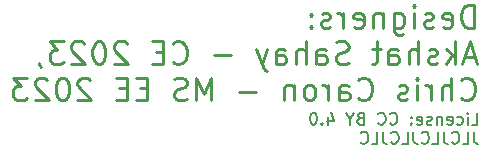
<source format=gbo>
G04 #@! TF.GenerationSoftware,KiCad,Pcbnew,(6.0.7)*
G04 #@! TF.CreationDate,2022-11-10T17:29:02-05:00*
G04 #@! TF.ProjectId,M5TC-2022-U4BN,4d355443-2d32-4303-9232-2d5534424e2e,rev?*
G04 #@! TF.SameCoordinates,Original*
G04 #@! TF.FileFunction,Legend,Bot*
G04 #@! TF.FilePolarity,Positive*
%FSLAX46Y46*%
G04 Gerber Fmt 4.6, Leading zero omitted, Abs format (unit mm)*
G04 Created by KiCad (PCBNEW (6.0.7)) date 2022-11-10 17:29:02*
%MOMM*%
%LPD*%
G01*
G04 APERTURE LIST*
%ADD10C,0.150000*%
%ADD11C,0.254000*%
%ADD12R,1.600000X1.600000*%
%ADD13C,1.600000*%
%ADD14C,0.900000*%
%ADD15C,10.600000*%
%ADD16R,1.700000X1.700000*%
%ADD17O,1.700000X1.700000*%
%ADD18R,1.500000X1.500000*%
%ADD19C,1.500000*%
%ADD20R,1.800000X1.800000*%
%ADD21C,1.800000*%
%ADD22R,1.300000X1.300000*%
%ADD23C,1.300000*%
%ADD24C,1.900000*%
%ADD25C,1.999996*%
%ADD26C,1.499997*%
%ADD27R,1.524000X1.524000*%
%ADD28C,1.524000*%
G04 APERTURE END LIST*
D10*
X264618214Y-115852380D02*
X265094404Y-115852380D01*
X265094404Y-114852380D01*
X264284880Y-115852380D02*
X264284880Y-115185714D01*
X264284880Y-114852380D02*
X264332500Y-114900000D01*
X264284880Y-114947619D01*
X264237261Y-114900000D01*
X264284880Y-114852380D01*
X264284880Y-114947619D01*
X263380119Y-115804761D02*
X263475357Y-115852380D01*
X263665833Y-115852380D01*
X263761071Y-115804761D01*
X263808690Y-115757142D01*
X263856309Y-115661904D01*
X263856309Y-115376190D01*
X263808690Y-115280952D01*
X263761071Y-115233333D01*
X263665833Y-115185714D01*
X263475357Y-115185714D01*
X263380119Y-115233333D01*
X262570595Y-115804761D02*
X262665833Y-115852380D01*
X262856309Y-115852380D01*
X262951547Y-115804761D01*
X262999166Y-115709523D01*
X262999166Y-115328571D01*
X262951547Y-115233333D01*
X262856309Y-115185714D01*
X262665833Y-115185714D01*
X262570595Y-115233333D01*
X262522976Y-115328571D01*
X262522976Y-115423809D01*
X262999166Y-115519047D01*
X262094404Y-115185714D02*
X262094404Y-115852380D01*
X262094404Y-115280952D02*
X262046785Y-115233333D01*
X261951547Y-115185714D01*
X261808690Y-115185714D01*
X261713452Y-115233333D01*
X261665833Y-115328571D01*
X261665833Y-115852380D01*
X261237261Y-115804761D02*
X261142023Y-115852380D01*
X260951547Y-115852380D01*
X260856309Y-115804761D01*
X260808690Y-115709523D01*
X260808690Y-115661904D01*
X260856309Y-115566666D01*
X260951547Y-115519047D01*
X261094404Y-115519047D01*
X261189642Y-115471428D01*
X261237261Y-115376190D01*
X261237261Y-115328571D01*
X261189642Y-115233333D01*
X261094404Y-115185714D01*
X260951547Y-115185714D01*
X260856309Y-115233333D01*
X259999166Y-115804761D02*
X260094404Y-115852380D01*
X260284880Y-115852380D01*
X260380119Y-115804761D01*
X260427738Y-115709523D01*
X260427738Y-115328571D01*
X260380119Y-115233333D01*
X260284880Y-115185714D01*
X260094404Y-115185714D01*
X259999166Y-115233333D01*
X259951547Y-115328571D01*
X259951547Y-115423809D01*
X260427738Y-115519047D01*
X259522976Y-115757142D02*
X259475357Y-115804761D01*
X259522976Y-115852380D01*
X259570595Y-115804761D01*
X259522976Y-115757142D01*
X259522976Y-115852380D01*
X259522976Y-115233333D02*
X259475357Y-115280952D01*
X259522976Y-115328571D01*
X259570595Y-115280952D01*
X259522976Y-115233333D01*
X259522976Y-115328571D01*
X257713452Y-115757142D02*
X257761071Y-115804761D01*
X257903928Y-115852380D01*
X257999166Y-115852380D01*
X258142023Y-115804761D01*
X258237261Y-115709523D01*
X258284880Y-115614285D01*
X258332500Y-115423809D01*
X258332500Y-115280952D01*
X258284880Y-115090476D01*
X258237261Y-114995238D01*
X258142023Y-114900000D01*
X257999166Y-114852380D01*
X257903928Y-114852380D01*
X257761071Y-114900000D01*
X257713452Y-114947619D01*
X256713452Y-115757142D02*
X256761071Y-115804761D01*
X256903928Y-115852380D01*
X256999166Y-115852380D01*
X257142023Y-115804761D01*
X257237261Y-115709523D01*
X257284880Y-115614285D01*
X257332500Y-115423809D01*
X257332500Y-115280952D01*
X257284880Y-115090476D01*
X257237261Y-114995238D01*
X257142023Y-114900000D01*
X256999166Y-114852380D01*
X256903928Y-114852380D01*
X256761071Y-114900000D01*
X256713452Y-114947619D01*
X255189642Y-115328571D02*
X255046785Y-115376190D01*
X254999166Y-115423809D01*
X254951547Y-115519047D01*
X254951547Y-115661904D01*
X254999166Y-115757142D01*
X255046785Y-115804761D01*
X255142023Y-115852380D01*
X255522976Y-115852380D01*
X255522976Y-114852380D01*
X255189642Y-114852380D01*
X255094404Y-114900000D01*
X255046785Y-114947619D01*
X254999166Y-115042857D01*
X254999166Y-115138095D01*
X255046785Y-115233333D01*
X255094404Y-115280952D01*
X255189642Y-115328571D01*
X255522976Y-115328571D01*
X254332500Y-115376190D02*
X254332500Y-115852380D01*
X254665833Y-114852380D02*
X254332500Y-115376190D01*
X253999166Y-114852380D01*
X252475357Y-115185714D02*
X252475357Y-115852380D01*
X252713452Y-114804761D02*
X252951547Y-115519047D01*
X252332500Y-115519047D01*
X251951547Y-115757142D02*
X251903928Y-115804761D01*
X251951547Y-115852380D01*
X251999166Y-115804761D01*
X251951547Y-115757142D01*
X251951547Y-115852380D01*
X251284880Y-114852380D02*
X251189642Y-114852380D01*
X251094404Y-114900000D01*
X251046785Y-114947619D01*
X250999166Y-115042857D01*
X250951547Y-115233333D01*
X250951547Y-115471428D01*
X250999166Y-115661904D01*
X251046785Y-115757142D01*
X251094404Y-115804761D01*
X251189642Y-115852380D01*
X251284880Y-115852380D01*
X251380119Y-115804761D01*
X251427738Y-115757142D01*
X251475357Y-115661904D01*
X251522976Y-115471428D01*
X251522976Y-115233333D01*
X251475357Y-115042857D01*
X251427738Y-114947619D01*
X251380119Y-114900000D01*
X251284880Y-114852380D01*
X264808690Y-116462380D02*
X264808690Y-117176666D01*
X264856309Y-117319523D01*
X264951547Y-117414761D01*
X265094404Y-117462380D01*
X265189642Y-117462380D01*
X263856309Y-117462380D02*
X264332500Y-117462380D01*
X264332500Y-116462380D01*
X262951547Y-117367142D02*
X262999166Y-117414761D01*
X263142023Y-117462380D01*
X263237261Y-117462380D01*
X263380119Y-117414761D01*
X263475357Y-117319523D01*
X263522976Y-117224285D01*
X263570595Y-117033809D01*
X263570595Y-116890952D01*
X263522976Y-116700476D01*
X263475357Y-116605238D01*
X263380119Y-116510000D01*
X263237261Y-116462380D01*
X263142023Y-116462380D01*
X262999166Y-116510000D01*
X262951547Y-116557619D01*
X262237261Y-116462380D02*
X262237261Y-117176666D01*
X262284880Y-117319523D01*
X262380119Y-117414761D01*
X262522976Y-117462380D01*
X262618214Y-117462380D01*
X261284880Y-117462380D02*
X261761071Y-117462380D01*
X261761071Y-116462380D01*
X260380119Y-117367142D02*
X260427738Y-117414761D01*
X260570595Y-117462380D01*
X260665833Y-117462380D01*
X260808690Y-117414761D01*
X260903928Y-117319523D01*
X260951547Y-117224285D01*
X260999166Y-117033809D01*
X260999166Y-116890952D01*
X260951547Y-116700476D01*
X260903928Y-116605238D01*
X260808690Y-116510000D01*
X260665833Y-116462380D01*
X260570595Y-116462380D01*
X260427738Y-116510000D01*
X260380119Y-116557619D01*
X259665833Y-116462380D02*
X259665833Y-117176666D01*
X259713452Y-117319523D01*
X259808690Y-117414761D01*
X259951547Y-117462380D01*
X260046785Y-117462380D01*
X258713452Y-117462380D02*
X259189642Y-117462380D01*
X259189642Y-116462380D01*
X257808690Y-117367142D02*
X257856309Y-117414761D01*
X257999166Y-117462380D01*
X258094404Y-117462380D01*
X258237261Y-117414761D01*
X258332500Y-117319523D01*
X258380119Y-117224285D01*
X258427738Y-117033809D01*
X258427738Y-116890952D01*
X258380119Y-116700476D01*
X258332500Y-116605238D01*
X258237261Y-116510000D01*
X258094404Y-116462380D01*
X257999166Y-116462380D01*
X257856309Y-116510000D01*
X257808690Y-116557619D01*
X257094404Y-116462380D02*
X257094404Y-117176666D01*
X257142023Y-117319523D01*
X257237261Y-117414761D01*
X257380119Y-117462380D01*
X257475357Y-117462380D01*
X256142023Y-117462380D02*
X256618214Y-117462380D01*
X256618214Y-116462380D01*
X255237261Y-117367142D02*
X255284880Y-117414761D01*
X255427738Y-117462380D01*
X255522976Y-117462380D01*
X255665833Y-117414761D01*
X255761071Y-117319523D01*
X255808690Y-117224285D01*
X255856309Y-117033809D01*
X255856309Y-116890952D01*
X255808690Y-116700476D01*
X255761071Y-116605238D01*
X255665833Y-116510000D01*
X255522976Y-116462380D01*
X255427738Y-116462380D01*
X255284880Y-116510000D01*
X255237261Y-116557619D01*
D11*
X264811328Y-107649735D02*
X264811328Y-105744735D01*
X264357757Y-105744735D01*
X264085614Y-105835450D01*
X263904185Y-106016878D01*
X263813471Y-106198307D01*
X263722757Y-106561164D01*
X263722757Y-106833307D01*
X263813471Y-107196164D01*
X263904185Y-107377592D01*
X264085614Y-107559021D01*
X264357757Y-107649735D01*
X264811328Y-107649735D01*
X262180614Y-107559021D02*
X262362042Y-107649735D01*
X262724900Y-107649735D01*
X262906328Y-107559021D01*
X262997042Y-107377592D01*
X262997042Y-106651878D01*
X262906328Y-106470450D01*
X262724900Y-106379735D01*
X262362042Y-106379735D01*
X262180614Y-106470450D01*
X262089900Y-106651878D01*
X262089900Y-106833307D01*
X262997042Y-107014735D01*
X261364185Y-107559021D02*
X261182757Y-107649735D01*
X260819900Y-107649735D01*
X260638471Y-107559021D01*
X260547757Y-107377592D01*
X260547757Y-107286878D01*
X260638471Y-107105450D01*
X260819900Y-107014735D01*
X261092042Y-107014735D01*
X261273471Y-106924021D01*
X261364185Y-106742592D01*
X261364185Y-106651878D01*
X261273471Y-106470450D01*
X261092042Y-106379735D01*
X260819900Y-106379735D01*
X260638471Y-106470450D01*
X259731328Y-107649735D02*
X259731328Y-106379735D01*
X259731328Y-105744735D02*
X259822042Y-105835450D01*
X259731328Y-105926164D01*
X259640614Y-105835450D01*
X259731328Y-105744735D01*
X259731328Y-105926164D01*
X258007757Y-106379735D02*
X258007757Y-107921878D01*
X258098471Y-108103307D01*
X258189185Y-108194021D01*
X258370614Y-108284735D01*
X258642757Y-108284735D01*
X258824185Y-108194021D01*
X258007757Y-107559021D02*
X258189185Y-107649735D01*
X258552042Y-107649735D01*
X258733471Y-107559021D01*
X258824185Y-107468307D01*
X258914900Y-107286878D01*
X258914900Y-106742592D01*
X258824185Y-106561164D01*
X258733471Y-106470450D01*
X258552042Y-106379735D01*
X258189185Y-106379735D01*
X258007757Y-106470450D01*
X257100614Y-106379735D02*
X257100614Y-107649735D01*
X257100614Y-106561164D02*
X257009900Y-106470450D01*
X256828471Y-106379735D01*
X256556328Y-106379735D01*
X256374900Y-106470450D01*
X256284185Y-106651878D01*
X256284185Y-107649735D01*
X254651328Y-107559021D02*
X254832757Y-107649735D01*
X255195614Y-107649735D01*
X255377042Y-107559021D01*
X255467757Y-107377592D01*
X255467757Y-106651878D01*
X255377042Y-106470450D01*
X255195614Y-106379735D01*
X254832757Y-106379735D01*
X254651328Y-106470450D01*
X254560614Y-106651878D01*
X254560614Y-106833307D01*
X255467757Y-107014735D01*
X253744185Y-107649735D02*
X253744185Y-106379735D01*
X253744185Y-106742592D02*
X253653471Y-106561164D01*
X253562757Y-106470450D01*
X253381328Y-106379735D01*
X253199900Y-106379735D01*
X252655614Y-107559021D02*
X252474185Y-107649735D01*
X252111328Y-107649735D01*
X251929900Y-107559021D01*
X251839185Y-107377592D01*
X251839185Y-107286878D01*
X251929900Y-107105450D01*
X252111328Y-107014735D01*
X252383471Y-107014735D01*
X252564900Y-106924021D01*
X252655614Y-106742592D01*
X252655614Y-106651878D01*
X252564900Y-106470450D01*
X252383471Y-106379735D01*
X252111328Y-106379735D01*
X251929900Y-106470450D01*
X251022757Y-107468307D02*
X250932042Y-107559021D01*
X251022757Y-107649735D01*
X251113471Y-107559021D01*
X251022757Y-107468307D01*
X251022757Y-107649735D01*
X251022757Y-106470450D02*
X250932042Y-106561164D01*
X251022757Y-106651878D01*
X251113471Y-106561164D01*
X251022757Y-106470450D01*
X251022757Y-106651878D01*
X264902042Y-110172500D02*
X263994900Y-110172500D01*
X265083471Y-110716785D02*
X264448471Y-108811785D01*
X263813471Y-110716785D01*
X263178471Y-110716785D02*
X263178471Y-108811785D01*
X262997042Y-109991071D02*
X262452757Y-110716785D01*
X262452757Y-109446785D02*
X263178471Y-110172500D01*
X261727042Y-110626071D02*
X261545614Y-110716785D01*
X261182757Y-110716785D01*
X261001328Y-110626071D01*
X260910614Y-110444642D01*
X260910614Y-110353928D01*
X261001328Y-110172500D01*
X261182757Y-110081785D01*
X261454900Y-110081785D01*
X261636328Y-109991071D01*
X261727042Y-109809642D01*
X261727042Y-109718928D01*
X261636328Y-109537500D01*
X261454900Y-109446785D01*
X261182757Y-109446785D01*
X261001328Y-109537500D01*
X260094185Y-110716785D02*
X260094185Y-108811785D01*
X259277757Y-110716785D02*
X259277757Y-109718928D01*
X259368471Y-109537500D01*
X259549900Y-109446785D01*
X259822042Y-109446785D01*
X260003471Y-109537500D01*
X260094185Y-109628214D01*
X257554185Y-110716785D02*
X257554185Y-109718928D01*
X257644900Y-109537500D01*
X257826328Y-109446785D01*
X258189185Y-109446785D01*
X258370614Y-109537500D01*
X257554185Y-110626071D02*
X257735614Y-110716785D01*
X258189185Y-110716785D01*
X258370614Y-110626071D01*
X258461328Y-110444642D01*
X258461328Y-110263214D01*
X258370614Y-110081785D01*
X258189185Y-109991071D01*
X257735614Y-109991071D01*
X257554185Y-109900357D01*
X256919185Y-109446785D02*
X256193471Y-109446785D01*
X256647042Y-108811785D02*
X256647042Y-110444642D01*
X256556328Y-110626071D01*
X256374900Y-110716785D01*
X256193471Y-110716785D01*
X254197757Y-110626071D02*
X253925614Y-110716785D01*
X253472042Y-110716785D01*
X253290614Y-110626071D01*
X253199900Y-110535357D01*
X253109185Y-110353928D01*
X253109185Y-110172500D01*
X253199900Y-109991071D01*
X253290614Y-109900357D01*
X253472042Y-109809642D01*
X253834900Y-109718928D01*
X254016328Y-109628214D01*
X254107042Y-109537500D01*
X254197757Y-109356071D01*
X254197757Y-109174642D01*
X254107042Y-108993214D01*
X254016328Y-108902500D01*
X253834900Y-108811785D01*
X253381328Y-108811785D01*
X253109185Y-108902500D01*
X251476328Y-110716785D02*
X251476328Y-109718928D01*
X251567042Y-109537500D01*
X251748471Y-109446785D01*
X252111328Y-109446785D01*
X252292757Y-109537500D01*
X251476328Y-110626071D02*
X251657757Y-110716785D01*
X252111328Y-110716785D01*
X252292757Y-110626071D01*
X252383471Y-110444642D01*
X252383471Y-110263214D01*
X252292757Y-110081785D01*
X252111328Y-109991071D01*
X251657757Y-109991071D01*
X251476328Y-109900357D01*
X250569185Y-110716785D02*
X250569185Y-108811785D01*
X249752757Y-110716785D02*
X249752757Y-109718928D01*
X249843471Y-109537500D01*
X250024900Y-109446785D01*
X250297042Y-109446785D01*
X250478471Y-109537500D01*
X250569185Y-109628214D01*
X248029185Y-110716785D02*
X248029185Y-109718928D01*
X248119900Y-109537500D01*
X248301328Y-109446785D01*
X248664185Y-109446785D01*
X248845614Y-109537500D01*
X248029185Y-110626071D02*
X248210614Y-110716785D01*
X248664185Y-110716785D01*
X248845614Y-110626071D01*
X248936328Y-110444642D01*
X248936328Y-110263214D01*
X248845614Y-110081785D01*
X248664185Y-109991071D01*
X248210614Y-109991071D01*
X248029185Y-109900357D01*
X247303471Y-109446785D02*
X246849900Y-110716785D01*
X246396328Y-109446785D02*
X246849900Y-110716785D01*
X247031328Y-111170357D01*
X247122042Y-111261071D01*
X247303471Y-111351785D01*
X244219185Y-109991071D02*
X242767757Y-109991071D01*
X239320614Y-110535357D02*
X239411328Y-110626071D01*
X239683471Y-110716785D01*
X239864900Y-110716785D01*
X240137042Y-110626071D01*
X240318471Y-110444642D01*
X240409185Y-110263214D01*
X240499900Y-109900357D01*
X240499900Y-109628214D01*
X240409185Y-109265357D01*
X240318471Y-109083928D01*
X240137042Y-108902500D01*
X239864900Y-108811785D01*
X239683471Y-108811785D01*
X239411328Y-108902500D01*
X239320614Y-108993214D01*
X238504185Y-109718928D02*
X237869185Y-109718928D01*
X237597042Y-110716785D02*
X238504185Y-110716785D01*
X238504185Y-108811785D01*
X237597042Y-108811785D01*
X235419900Y-108993214D02*
X235329185Y-108902500D01*
X235147757Y-108811785D01*
X234694185Y-108811785D01*
X234512757Y-108902500D01*
X234422042Y-108993214D01*
X234331328Y-109174642D01*
X234331328Y-109356071D01*
X234422042Y-109628214D01*
X235510614Y-110716785D01*
X234331328Y-110716785D01*
X233152042Y-108811785D02*
X232970614Y-108811785D01*
X232789185Y-108902500D01*
X232698471Y-108993214D01*
X232607757Y-109174642D01*
X232517042Y-109537500D01*
X232517042Y-109991071D01*
X232607757Y-110353928D01*
X232698471Y-110535357D01*
X232789185Y-110626071D01*
X232970614Y-110716785D01*
X233152042Y-110716785D01*
X233333471Y-110626071D01*
X233424185Y-110535357D01*
X233514900Y-110353928D01*
X233605614Y-109991071D01*
X233605614Y-109537500D01*
X233514900Y-109174642D01*
X233424185Y-108993214D01*
X233333471Y-108902500D01*
X233152042Y-108811785D01*
X231791328Y-108993214D02*
X231700614Y-108902500D01*
X231519185Y-108811785D01*
X231065614Y-108811785D01*
X230884185Y-108902500D01*
X230793471Y-108993214D01*
X230702757Y-109174642D01*
X230702757Y-109356071D01*
X230793471Y-109628214D01*
X231882042Y-110716785D01*
X230702757Y-110716785D01*
X230067757Y-108811785D02*
X228888471Y-108811785D01*
X229523471Y-109537500D01*
X229251328Y-109537500D01*
X229069900Y-109628214D01*
X228979185Y-109718928D01*
X228888471Y-109900357D01*
X228888471Y-110353928D01*
X228979185Y-110535357D01*
X229069900Y-110626071D01*
X229251328Y-110716785D01*
X229795614Y-110716785D01*
X229977042Y-110626071D01*
X230067757Y-110535357D01*
X227981328Y-110626071D02*
X227981328Y-110716785D01*
X228072042Y-110898214D01*
X228162757Y-110988928D01*
X263722757Y-113602407D02*
X263813471Y-113693121D01*
X264085614Y-113783835D01*
X264267042Y-113783835D01*
X264539185Y-113693121D01*
X264720614Y-113511692D01*
X264811328Y-113330264D01*
X264902042Y-112967407D01*
X264902042Y-112695264D01*
X264811328Y-112332407D01*
X264720614Y-112150978D01*
X264539185Y-111969550D01*
X264267042Y-111878835D01*
X264085614Y-111878835D01*
X263813471Y-111969550D01*
X263722757Y-112060264D01*
X262906328Y-113783835D02*
X262906328Y-111878835D01*
X262089900Y-113783835D02*
X262089900Y-112785978D01*
X262180614Y-112604550D01*
X262362042Y-112513835D01*
X262634185Y-112513835D01*
X262815614Y-112604550D01*
X262906328Y-112695264D01*
X261182757Y-113783835D02*
X261182757Y-112513835D01*
X261182757Y-112876692D02*
X261092042Y-112695264D01*
X261001328Y-112604550D01*
X260819900Y-112513835D01*
X260638471Y-112513835D01*
X260003471Y-113783835D02*
X260003471Y-112513835D01*
X260003471Y-111878835D02*
X260094185Y-111969550D01*
X260003471Y-112060264D01*
X259912757Y-111969550D01*
X260003471Y-111878835D01*
X260003471Y-112060264D01*
X259187042Y-113693121D02*
X259005614Y-113783835D01*
X258642757Y-113783835D01*
X258461328Y-113693121D01*
X258370614Y-113511692D01*
X258370614Y-113420978D01*
X258461328Y-113239550D01*
X258642757Y-113148835D01*
X258914900Y-113148835D01*
X259096328Y-113058121D01*
X259187042Y-112876692D01*
X259187042Y-112785978D01*
X259096328Y-112604550D01*
X258914900Y-112513835D01*
X258642757Y-112513835D01*
X258461328Y-112604550D01*
X255014185Y-113602407D02*
X255104900Y-113693121D01*
X255377042Y-113783835D01*
X255558471Y-113783835D01*
X255830614Y-113693121D01*
X256012042Y-113511692D01*
X256102757Y-113330264D01*
X256193471Y-112967407D01*
X256193471Y-112695264D01*
X256102757Y-112332407D01*
X256012042Y-112150978D01*
X255830614Y-111969550D01*
X255558471Y-111878835D01*
X255377042Y-111878835D01*
X255104900Y-111969550D01*
X255014185Y-112060264D01*
X253381328Y-113783835D02*
X253381328Y-112785978D01*
X253472042Y-112604550D01*
X253653471Y-112513835D01*
X254016328Y-112513835D01*
X254197757Y-112604550D01*
X253381328Y-113693121D02*
X253562757Y-113783835D01*
X254016328Y-113783835D01*
X254197757Y-113693121D01*
X254288471Y-113511692D01*
X254288471Y-113330264D01*
X254197757Y-113148835D01*
X254016328Y-113058121D01*
X253562757Y-113058121D01*
X253381328Y-112967407D01*
X252474185Y-113783835D02*
X252474185Y-112513835D01*
X252474185Y-112876692D02*
X252383471Y-112695264D01*
X252292757Y-112604550D01*
X252111328Y-112513835D01*
X251929900Y-112513835D01*
X251022757Y-113783835D02*
X251204185Y-113693121D01*
X251294900Y-113602407D01*
X251385614Y-113420978D01*
X251385614Y-112876692D01*
X251294900Y-112695264D01*
X251204185Y-112604550D01*
X251022757Y-112513835D01*
X250750614Y-112513835D01*
X250569185Y-112604550D01*
X250478471Y-112695264D01*
X250387757Y-112876692D01*
X250387757Y-113420978D01*
X250478471Y-113602407D01*
X250569185Y-113693121D01*
X250750614Y-113783835D01*
X251022757Y-113783835D01*
X249571328Y-112513835D02*
X249571328Y-113783835D01*
X249571328Y-112695264D02*
X249480614Y-112604550D01*
X249299185Y-112513835D01*
X249027042Y-112513835D01*
X248845614Y-112604550D01*
X248754900Y-112785978D01*
X248754900Y-113783835D01*
X246396328Y-113058121D02*
X244944900Y-113058121D01*
X242586328Y-113783835D02*
X242586328Y-111878835D01*
X241951328Y-113239550D01*
X241316328Y-111878835D01*
X241316328Y-113783835D01*
X240499900Y-113693121D02*
X240227757Y-113783835D01*
X239774185Y-113783835D01*
X239592757Y-113693121D01*
X239502042Y-113602407D01*
X239411328Y-113420978D01*
X239411328Y-113239550D01*
X239502042Y-113058121D01*
X239592757Y-112967407D01*
X239774185Y-112876692D01*
X240137042Y-112785978D01*
X240318471Y-112695264D01*
X240409185Y-112604550D01*
X240499900Y-112423121D01*
X240499900Y-112241692D01*
X240409185Y-112060264D01*
X240318471Y-111969550D01*
X240137042Y-111878835D01*
X239683471Y-111878835D01*
X239411328Y-111969550D01*
X237143471Y-112785978D02*
X236508471Y-112785978D01*
X236236328Y-113783835D02*
X237143471Y-113783835D01*
X237143471Y-111878835D01*
X236236328Y-111878835D01*
X235419900Y-112785978D02*
X234784900Y-112785978D01*
X234512757Y-113783835D02*
X235419900Y-113783835D01*
X235419900Y-111878835D01*
X234512757Y-111878835D01*
X232335614Y-112060264D02*
X232244900Y-111969550D01*
X232063471Y-111878835D01*
X231609900Y-111878835D01*
X231428471Y-111969550D01*
X231337757Y-112060264D01*
X231247042Y-112241692D01*
X231247042Y-112423121D01*
X231337757Y-112695264D01*
X232426328Y-113783835D01*
X231247042Y-113783835D01*
X230067757Y-111878835D02*
X229886328Y-111878835D01*
X229704900Y-111969550D01*
X229614185Y-112060264D01*
X229523471Y-112241692D01*
X229432757Y-112604550D01*
X229432757Y-113058121D01*
X229523471Y-113420978D01*
X229614185Y-113602407D01*
X229704900Y-113693121D01*
X229886328Y-113783835D01*
X230067757Y-113783835D01*
X230249185Y-113693121D01*
X230339900Y-113602407D01*
X230430614Y-113420978D01*
X230521328Y-113058121D01*
X230521328Y-112604550D01*
X230430614Y-112241692D01*
X230339900Y-112060264D01*
X230249185Y-111969550D01*
X230067757Y-111878835D01*
X228707042Y-112060264D02*
X228616328Y-111969550D01*
X228434900Y-111878835D01*
X227981328Y-111878835D01*
X227799900Y-111969550D01*
X227709185Y-112060264D01*
X227618471Y-112241692D01*
X227618471Y-112423121D01*
X227709185Y-112695264D01*
X228797757Y-113783835D01*
X227618471Y-113783835D01*
X226983471Y-111878835D02*
X225804185Y-111878835D01*
X226439185Y-112604550D01*
X226167042Y-112604550D01*
X225985614Y-112695264D01*
X225894900Y-112785978D01*
X225804185Y-112967407D01*
X225804185Y-113420978D01*
X225894900Y-113602407D01*
X225985614Y-113693121D01*
X226167042Y-113783835D01*
X226711328Y-113783835D01*
X226892757Y-113693121D01*
X226983471Y-113602407D01*
%LPC*%
D12*
X205740000Y-144780000D03*
D13*
X205740000Y-147320000D03*
X205740000Y-149860000D03*
X205740000Y-152400000D03*
X205740000Y-154940000D03*
X205740000Y-157480000D03*
X205740000Y-160020000D03*
X205740000Y-162560000D03*
X205740000Y-165100000D03*
X205740000Y-167640000D03*
X205740000Y-170180000D03*
X205740000Y-172720000D03*
X205740000Y-175260000D03*
X205740000Y-177800000D03*
X205740000Y-180340000D03*
X205740000Y-182880000D03*
X226060000Y-182880000D03*
X226060000Y-180340000D03*
X226060000Y-177800000D03*
X226060000Y-175260000D03*
X226060000Y-172720000D03*
X226060000Y-170180000D03*
X226060000Y-167640000D03*
X226060000Y-165100000D03*
X226060000Y-162560000D03*
X226060000Y-160020000D03*
X226060000Y-157480000D03*
X226060000Y-154940000D03*
D14*
X269075000Y-222250000D03*
X273050000Y-218275000D03*
D15*
X273050000Y-222250000D03*
D14*
X270239251Y-219439251D03*
X277025000Y-222250000D03*
X273050000Y-226225000D03*
X270239251Y-225060749D03*
X275860749Y-225060749D03*
X275860749Y-219439251D03*
X277025000Y-107950000D03*
X273050000Y-111925000D03*
X275860749Y-110760749D03*
D15*
X273050000Y-107950000D03*
D14*
X275860749Y-105139251D03*
X269075000Y-107950000D03*
X270239251Y-105139251D03*
X270239251Y-110760749D03*
X273050000Y-103975000D03*
X161560749Y-219439251D03*
X162725000Y-222250000D03*
X158750000Y-218275000D03*
X154775000Y-222250000D03*
X155939251Y-219439251D03*
X155939251Y-225060749D03*
D15*
X158750000Y-222250000D03*
D14*
X158750000Y-226225000D03*
X161560749Y-225060749D03*
X162725000Y-107950000D03*
X154775000Y-107950000D03*
X155939251Y-110760749D03*
X158750000Y-111925000D03*
X161560749Y-110760749D03*
X158750000Y-103975000D03*
X161560749Y-105139251D03*
D15*
X158750000Y-107950000D03*
D14*
X155939251Y-105139251D03*
D16*
X195580000Y-175260000D03*
D17*
X198120000Y-175260000D03*
X195580000Y-172720000D03*
X198120000Y-172720000D03*
X195580000Y-170180000D03*
X198120000Y-170180000D03*
D12*
X254000000Y-154940000D03*
D13*
X254000000Y-157480000D03*
X254000000Y-160020000D03*
X254000000Y-162560000D03*
X254000000Y-165100000D03*
X259080000Y-165100000D03*
X259080000Y-162560000D03*
X259080000Y-160020000D03*
X259080000Y-157480000D03*
X259080000Y-154940000D03*
D18*
X246380000Y-205740000D03*
D19*
X248920000Y-205740000D03*
X251460000Y-205740000D03*
X254000000Y-205740000D03*
X256540000Y-205740000D03*
X259080000Y-205740000D03*
X261620000Y-205740000D03*
X264160000Y-205740000D03*
X266700000Y-205740000D03*
X266700000Y-190500000D03*
X264160000Y-190500000D03*
X261620000Y-190500000D03*
X259080000Y-190500000D03*
X256540000Y-190500000D03*
X254000000Y-190500000D03*
X251460000Y-190500000D03*
X248920000Y-190500000D03*
X246380000Y-190500000D03*
D20*
X271780000Y-129540000D03*
D21*
X271780000Y-127000000D03*
D20*
X261620000Y-129540000D03*
D21*
X261620000Y-127000000D03*
D20*
X251460000Y-129540000D03*
D21*
X251460000Y-127000000D03*
D20*
X241300000Y-129540000D03*
D21*
X241300000Y-127000000D03*
D22*
X173510000Y-173910000D03*
D23*
X173510000Y-171910000D03*
X173510000Y-169910000D03*
X173510000Y-167910000D03*
X173510000Y-165910000D03*
X173510000Y-163910000D03*
X171010000Y-173910000D03*
X171010000Y-171910000D03*
X171010000Y-169910000D03*
X171010000Y-167910000D03*
X171010000Y-165910000D03*
X171010000Y-163910000D03*
D24*
X169460000Y-175510000D03*
X175060000Y-162310000D03*
D25*
X208915000Y-195580000D03*
D26*
X208915000Y-201422000D03*
D25*
X200660000Y-195580000D03*
D26*
X200660000Y-201422000D03*
X266700000Y-131318000D03*
D25*
X266700000Y-137160000D03*
X256540000Y-137160000D03*
D26*
X256540000Y-131318000D03*
X246380000Y-131318000D03*
D25*
X246380000Y-137160000D03*
D26*
X236220000Y-131318000D03*
D25*
X236220000Y-137160000D03*
X233680000Y-154940000D03*
D26*
X237490000Y-154940000D03*
D25*
X233680000Y-158750000D03*
D26*
X237490000Y-158750000D03*
X237490000Y-162560000D03*
D25*
X233680000Y-162560000D03*
D26*
X237490000Y-166370000D03*
D25*
X233680000Y-166370000D03*
X233680000Y-170180000D03*
D26*
X237490000Y-170180000D03*
X237490000Y-173990000D03*
D25*
X233680000Y-173990000D03*
D26*
X237490000Y-177800000D03*
D25*
X233680000Y-177800000D03*
D26*
X264922000Y-148590000D03*
D25*
X259080000Y-148590000D03*
X238760000Y-189992000D03*
D26*
X238760000Y-184150000D03*
D25*
X232410000Y-189992000D03*
D26*
X232410000Y-184150000D03*
X196342000Y-149860000D03*
D25*
X190500000Y-149860000D03*
X180340000Y-149860000D03*
D26*
X186182000Y-149860000D03*
D25*
X170180000Y-149860000D03*
D26*
X176022000Y-149860000D03*
D25*
X160020000Y-149860000D03*
D26*
X165862000Y-149860000D03*
X192532000Y-196850000D03*
D25*
X186690000Y-196850000D03*
D26*
X157988000Y-191770000D03*
D25*
X163830000Y-191770000D03*
X186690000Y-191770000D03*
D26*
X192532000Y-191770000D03*
X157988000Y-196850000D03*
D25*
X163830000Y-196850000D03*
D27*
X160020000Y-134620000D03*
D28*
X160020000Y-137160000D03*
X160020000Y-139700000D03*
D27*
X170180000Y-134620000D03*
D28*
X170180000Y-137160000D03*
X170180000Y-139700000D03*
D27*
X180340000Y-134620000D03*
D28*
X180340000Y-137160000D03*
X180340000Y-139700000D03*
D27*
X190500000Y-134620000D03*
D28*
X190500000Y-137160000D03*
X190500000Y-139700000D03*
M02*

</source>
